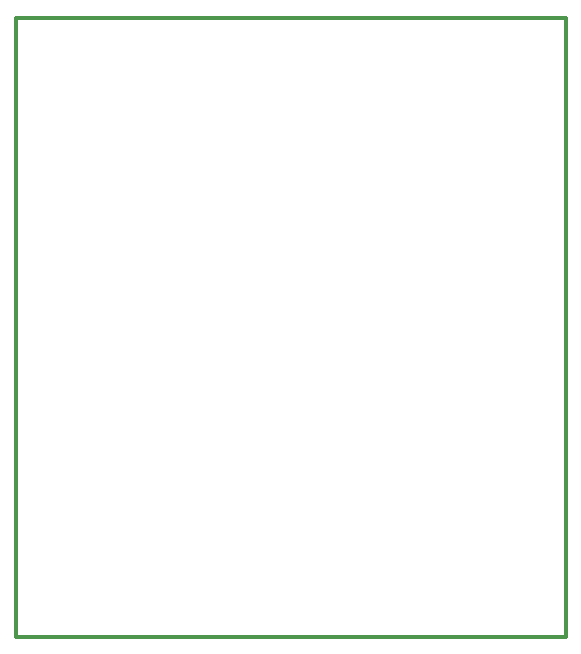
<source format=gko>
%FSLAX25Y25*%
%MOIN*%
G70*
G01*
G75*
G04 Layer_Color=16711935*
%ADD10R,0.10236X0.16142*%
%ADD11R,0.16142X0.10236*%
%ADD12R,0.05906X0.04331*%
%ADD13R,0.07087X0.05906*%
%ADD14R,0.05906X0.07087*%
%ADD15C,0.01969*%
%ADD16C,0.03150*%
%ADD17C,0.01575*%
%ADD18C,0.07874*%
%ADD19C,0.05906*%
%ADD20C,0.03937*%
%ADD21C,0.01181*%
%ADD22O,0.07874X0.05906*%
%ADD23C,0.07087*%
%ADD24R,0.07874X0.07874*%
%ADD25C,0.07874*%
%ADD26R,0.07087X0.07087*%
%ADD27C,0.06299*%
%ADD28O,0.07874X0.07087*%
%ADD29R,0.07874X0.07087*%
%ADD30R,0.07874X0.07874*%
%ADD31O,0.07874X0.03937*%
%ADD32O,0.07874X0.03937*%
%ADD33P,0.06392X8X202.5*%
G04:AMPARAMS|DCode=34|XSize=39.37mil|YSize=78.74mil|CornerRadius=9.84mil|HoleSize=0mil|Usage=FLASHONLY|Rotation=0.000|XOffset=0mil|YOffset=0mil|HoleType=Round|Shape=RoundedRectangle|*
%AMROUNDEDRECTD34*
21,1,0.03937,0.05906,0,0,0.0*
21,1,0.01969,0.07874,0,0,0.0*
1,1,0.01969,0.00984,-0.02953*
1,1,0.01969,-0.00984,-0.02953*
1,1,0.01969,-0.00984,0.02953*
1,1,0.01969,0.00984,0.02953*
%
%ADD34ROUNDEDRECTD34*%
%ADD35O,0.03937X0.07874*%
D21*
X0Y0D02*
Y206382D01*
X183382D01*
Y0D02*
Y206382D01*
X0Y0D02*
X183382D01*
M02*

</source>
